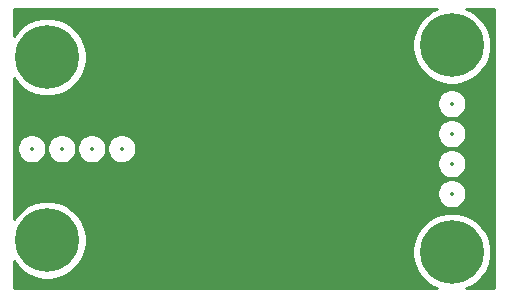
<source format=gbl>
G04 #@! TF.GenerationSoftware,KiCad,Pcbnew,(5.1.9-16-g1737927814)-1*
G04 #@! TF.CreationDate,2021-04-01T12:21:12-04:00*
G04 #@! TF.ProjectId,pressure_mpxv5010dp,70726573-7375-4726-955f-6d7078763530,1*
G04 #@! TF.SameCoordinates,Original*
G04 #@! TF.FileFunction,Copper,L2,Bot*
G04 #@! TF.FilePolarity,Positive*
%FSLAX45Y45*%
G04 Gerber Fmt 4.5, Leading zero omitted, Abs format (unit mm)*
G04 Created by KiCad (PCBNEW (5.1.9-16-g1737927814)-1) date 2021-04-01 12:21:12*
%MOMM*%
%LPD*%
G01*
G04 APERTURE LIST*
G04 #@! TA.AperFunction,ComponentPad*
%ADD10C,5.400000*%
G04 #@! TD*
G04 #@! TA.AperFunction,ComponentPad*
%ADD11C,0.800000*%
G04 #@! TD*
G04 #@! TA.AperFunction,ViaPad*
%ADD12C,0.600000*%
G04 #@! TD*
G04 #@! TA.AperFunction,Conductor*
%ADD13C,0.254000*%
G04 #@! TD*
G04 #@! TA.AperFunction,Conductor*
%ADD14C,0.100000*%
G04 #@! TD*
%ADD15C,0.300000*%
%ADD16C,0.350000*%
G04 APERTURE END LIST*
D10*
X3775000Y-2125000D03*
D11*
X3977500Y-2125000D03*
X3918189Y-2268189D03*
X3775000Y-2327500D03*
X3631811Y-2268189D03*
X3572500Y-2125000D03*
X3631811Y-1981811D03*
X3775000Y-1922500D03*
X3918189Y-1981811D03*
D10*
X3775000Y-375000D03*
D11*
X3977500Y-375000D03*
X3918189Y-518189D03*
X3775000Y-577500D03*
X3631811Y-518189D03*
X3572500Y-375000D03*
X3631811Y-231811D03*
X3775000Y-172500D03*
X3918189Y-231811D03*
D10*
X350000Y-2025000D03*
D11*
X552500Y-2025000D03*
X493189Y-2168189D03*
X350000Y-2227500D03*
X206811Y-2168189D03*
X147500Y-2025000D03*
X206811Y-1881811D03*
X350000Y-1822500D03*
X493189Y-1881811D03*
D10*
X350000Y-475000D03*
D11*
X552500Y-475000D03*
X493189Y-618189D03*
X350000Y-677500D03*
X206811Y-618189D03*
X147500Y-475000D03*
X206811Y-331811D03*
X350000Y-272500D03*
X493189Y-331811D03*
D12*
X1075000Y-775000D03*
X473000Y-1598000D03*
X981000Y-1594000D03*
X3427000Y-1123000D03*
X1950000Y-2025000D03*
X2550000Y-2025000D03*
X2750000Y-2025000D03*
D13*
X3617028Y-79456D02*
X3562406Y-115954D01*
X3515954Y-162406D01*
X3479456Y-217028D01*
X3454316Y-277722D01*
X3441500Y-342153D01*
X3441500Y-407847D01*
X3454316Y-472278D01*
X3479456Y-532972D01*
X3515954Y-587594D01*
X3562406Y-634046D01*
X3617028Y-670544D01*
X3677722Y-695684D01*
X3742153Y-708500D01*
X3807847Y-708500D01*
X3872278Y-695684D01*
X3932971Y-670544D01*
X3987594Y-634046D01*
X4034046Y-587594D01*
X4070544Y-532972D01*
X4095684Y-472278D01*
X4108500Y-407847D01*
X4108500Y-342153D01*
X4095684Y-277722D01*
X4070544Y-217028D01*
X4034046Y-162406D01*
X3987594Y-115954D01*
X3932971Y-79456D01*
X3900486Y-66000D01*
X4134000Y-66000D01*
X4134000Y-2434000D01*
X3900486Y-2434000D01*
X3932971Y-2420544D01*
X3987594Y-2384046D01*
X4034046Y-2337594D01*
X4070544Y-2282972D01*
X4095684Y-2222278D01*
X4108500Y-2157847D01*
X4108500Y-2092153D01*
X4095684Y-2027722D01*
X4070544Y-1967028D01*
X4034046Y-1912406D01*
X3987594Y-1865954D01*
X3932971Y-1829456D01*
X3872278Y-1804316D01*
X3807847Y-1791500D01*
X3742153Y-1791500D01*
X3677722Y-1804316D01*
X3617028Y-1829456D01*
X3562406Y-1865954D01*
X3515954Y-1912406D01*
X3479456Y-1967028D01*
X3454316Y-2027722D01*
X3441500Y-2092153D01*
X3441500Y-2157847D01*
X3454316Y-2222278D01*
X3479456Y-2282972D01*
X3515954Y-2337594D01*
X3562406Y-2384046D01*
X3617028Y-2420544D01*
X3649514Y-2434000D01*
X66000Y-2434000D01*
X66000Y-2200248D01*
X90954Y-2237594D01*
X137406Y-2284046D01*
X192028Y-2320544D01*
X252722Y-2345684D01*
X317153Y-2358500D01*
X382847Y-2358500D01*
X447278Y-2345684D01*
X507971Y-2320544D01*
X562594Y-2284046D01*
X609046Y-2237594D01*
X645544Y-2182972D01*
X670684Y-2122278D01*
X683500Y-2057847D01*
X683500Y-1992153D01*
X670684Y-1927722D01*
X645544Y-1867028D01*
X609046Y-1812406D01*
X562594Y-1765954D01*
X507971Y-1729456D01*
X447278Y-1704316D01*
X382847Y-1691500D01*
X317153Y-1691500D01*
X252722Y-1704316D01*
X192028Y-1729456D01*
X137406Y-1765954D01*
X90954Y-1812406D01*
X66000Y-1849752D01*
X66000Y-1618836D01*
X3651500Y-1618836D01*
X3651500Y-1643164D01*
X3656246Y-1667024D01*
X3665556Y-1689499D01*
X3679071Y-1709727D01*
X3696273Y-1726929D01*
X3716501Y-1740444D01*
X3738976Y-1749754D01*
X3762836Y-1754500D01*
X3787164Y-1754500D01*
X3811024Y-1749754D01*
X3833499Y-1740444D01*
X3853727Y-1726929D01*
X3870929Y-1709727D01*
X3884444Y-1689499D01*
X3893754Y-1667024D01*
X3898500Y-1643164D01*
X3898500Y-1618836D01*
X3893754Y-1594976D01*
X3884444Y-1572501D01*
X3870929Y-1552273D01*
X3853727Y-1535071D01*
X3833499Y-1521556D01*
X3811024Y-1512246D01*
X3787164Y-1507500D01*
X3762836Y-1507500D01*
X3738976Y-1512246D01*
X3716501Y-1521556D01*
X3696273Y-1535071D01*
X3679071Y-1552273D01*
X3665556Y-1572501D01*
X3656246Y-1594976D01*
X3651500Y-1618836D01*
X66000Y-1618836D01*
X66000Y-1237836D01*
X95500Y-1237836D01*
X95500Y-1262164D01*
X100246Y-1286024D01*
X109556Y-1308499D01*
X123071Y-1328727D01*
X140273Y-1345929D01*
X160501Y-1359444D01*
X182976Y-1368754D01*
X206836Y-1373500D01*
X231164Y-1373500D01*
X255024Y-1368754D01*
X277499Y-1359444D01*
X297727Y-1345929D01*
X314929Y-1328727D01*
X328444Y-1308499D01*
X337754Y-1286024D01*
X342500Y-1262164D01*
X342500Y-1237836D01*
X349500Y-1237836D01*
X349500Y-1262164D01*
X354246Y-1286024D01*
X363556Y-1308499D01*
X377071Y-1328727D01*
X394273Y-1345929D01*
X414501Y-1359444D01*
X436976Y-1368754D01*
X460836Y-1373500D01*
X485164Y-1373500D01*
X509024Y-1368754D01*
X531499Y-1359444D01*
X551727Y-1345929D01*
X568929Y-1328727D01*
X582444Y-1308499D01*
X591754Y-1286024D01*
X596500Y-1262164D01*
X596500Y-1237836D01*
X603500Y-1237836D01*
X603500Y-1262164D01*
X608246Y-1286024D01*
X617556Y-1308499D01*
X631071Y-1328727D01*
X648273Y-1345929D01*
X668501Y-1359444D01*
X690976Y-1368754D01*
X714836Y-1373500D01*
X739164Y-1373500D01*
X763024Y-1368754D01*
X785499Y-1359444D01*
X805727Y-1345929D01*
X822929Y-1328727D01*
X836444Y-1308499D01*
X845754Y-1286024D01*
X850500Y-1262164D01*
X850500Y-1237836D01*
X857500Y-1237836D01*
X857500Y-1262164D01*
X862246Y-1286024D01*
X871556Y-1308499D01*
X885071Y-1328727D01*
X902273Y-1345929D01*
X922501Y-1359444D01*
X944976Y-1368754D01*
X968836Y-1373500D01*
X993164Y-1373500D01*
X1017024Y-1368754D01*
X1026482Y-1364836D01*
X3651500Y-1364836D01*
X3651500Y-1389164D01*
X3656246Y-1413024D01*
X3665556Y-1435499D01*
X3679071Y-1455727D01*
X3696273Y-1472929D01*
X3716501Y-1486444D01*
X3738976Y-1495754D01*
X3762836Y-1500500D01*
X3787164Y-1500500D01*
X3811024Y-1495754D01*
X3833499Y-1486444D01*
X3853727Y-1472929D01*
X3870929Y-1455727D01*
X3884444Y-1435499D01*
X3893754Y-1413024D01*
X3898500Y-1389164D01*
X3898500Y-1364836D01*
X3893754Y-1340976D01*
X3884444Y-1318501D01*
X3870929Y-1298273D01*
X3853727Y-1281071D01*
X3833499Y-1267556D01*
X3811024Y-1258246D01*
X3787164Y-1253500D01*
X3762836Y-1253500D01*
X3738976Y-1258246D01*
X3716501Y-1267556D01*
X3696273Y-1281071D01*
X3679071Y-1298273D01*
X3665556Y-1318501D01*
X3656246Y-1340976D01*
X3651500Y-1364836D01*
X1026482Y-1364836D01*
X1039499Y-1359444D01*
X1059727Y-1345929D01*
X1076929Y-1328727D01*
X1090444Y-1308499D01*
X1099754Y-1286024D01*
X1104500Y-1262164D01*
X1104500Y-1237836D01*
X1099754Y-1213976D01*
X1090444Y-1191501D01*
X1076929Y-1171273D01*
X1059727Y-1154071D01*
X1039499Y-1140556D01*
X1017024Y-1131246D01*
X993164Y-1126500D01*
X968836Y-1126500D01*
X944976Y-1131246D01*
X922501Y-1140556D01*
X902273Y-1154071D01*
X885071Y-1171273D01*
X871556Y-1191501D01*
X862246Y-1213976D01*
X857500Y-1237836D01*
X850500Y-1237836D01*
X845754Y-1213976D01*
X836444Y-1191501D01*
X822929Y-1171273D01*
X805727Y-1154071D01*
X785499Y-1140556D01*
X763024Y-1131246D01*
X739164Y-1126500D01*
X714836Y-1126500D01*
X690976Y-1131246D01*
X668501Y-1140556D01*
X648273Y-1154071D01*
X631071Y-1171273D01*
X617556Y-1191501D01*
X608246Y-1213976D01*
X603500Y-1237836D01*
X596500Y-1237836D01*
X591754Y-1213976D01*
X582444Y-1191501D01*
X568929Y-1171273D01*
X551727Y-1154071D01*
X531499Y-1140556D01*
X509024Y-1131246D01*
X485164Y-1126500D01*
X460836Y-1126500D01*
X436976Y-1131246D01*
X414501Y-1140556D01*
X394273Y-1154071D01*
X377071Y-1171273D01*
X363556Y-1191501D01*
X354246Y-1213976D01*
X349500Y-1237836D01*
X342500Y-1237836D01*
X337754Y-1213976D01*
X328444Y-1191501D01*
X314929Y-1171273D01*
X297727Y-1154071D01*
X277499Y-1140556D01*
X255024Y-1131246D01*
X231164Y-1126500D01*
X206836Y-1126500D01*
X182976Y-1131246D01*
X160501Y-1140556D01*
X140273Y-1154071D01*
X123071Y-1171273D01*
X109556Y-1191501D01*
X100246Y-1213976D01*
X95500Y-1237836D01*
X66000Y-1237836D01*
X66000Y-1110836D01*
X3651500Y-1110836D01*
X3651500Y-1135164D01*
X3656246Y-1159024D01*
X3665556Y-1181499D01*
X3679071Y-1201727D01*
X3696273Y-1218929D01*
X3716501Y-1232444D01*
X3738976Y-1241754D01*
X3762836Y-1246500D01*
X3787164Y-1246500D01*
X3811024Y-1241754D01*
X3833499Y-1232444D01*
X3853727Y-1218929D01*
X3870929Y-1201727D01*
X3884444Y-1181499D01*
X3893754Y-1159024D01*
X3898500Y-1135164D01*
X3898500Y-1110836D01*
X3893754Y-1086976D01*
X3884444Y-1064501D01*
X3870929Y-1044273D01*
X3853727Y-1027071D01*
X3833499Y-1013556D01*
X3811024Y-1004246D01*
X3787164Y-999500D01*
X3762836Y-999500D01*
X3738976Y-1004246D01*
X3716501Y-1013556D01*
X3696273Y-1027071D01*
X3679071Y-1044273D01*
X3665556Y-1064501D01*
X3656246Y-1086976D01*
X3651500Y-1110836D01*
X66000Y-1110836D01*
X66000Y-856836D01*
X3651500Y-856836D01*
X3651500Y-881164D01*
X3656246Y-905024D01*
X3665556Y-927499D01*
X3679071Y-947727D01*
X3696273Y-964929D01*
X3716501Y-978444D01*
X3738976Y-987754D01*
X3762836Y-992500D01*
X3787164Y-992500D01*
X3811024Y-987754D01*
X3833499Y-978444D01*
X3853727Y-964929D01*
X3870929Y-947727D01*
X3884444Y-927499D01*
X3893754Y-905024D01*
X3898500Y-881164D01*
X3898500Y-856836D01*
X3893754Y-832976D01*
X3884444Y-810501D01*
X3870929Y-790273D01*
X3853727Y-773071D01*
X3833499Y-759556D01*
X3811024Y-750246D01*
X3787164Y-745500D01*
X3762836Y-745500D01*
X3738976Y-750246D01*
X3716501Y-759556D01*
X3696273Y-773071D01*
X3679071Y-790273D01*
X3665556Y-810501D01*
X3656246Y-832976D01*
X3651500Y-856836D01*
X66000Y-856836D01*
X66000Y-650248D01*
X90954Y-687594D01*
X137406Y-734046D01*
X192028Y-770544D01*
X252722Y-795684D01*
X317153Y-808500D01*
X382847Y-808500D01*
X447278Y-795684D01*
X507971Y-770544D01*
X562594Y-734046D01*
X609046Y-687594D01*
X645544Y-632972D01*
X670684Y-572278D01*
X683500Y-507847D01*
X683500Y-442153D01*
X670684Y-377722D01*
X645544Y-317029D01*
X609046Y-262406D01*
X562594Y-215954D01*
X507971Y-179456D01*
X447278Y-154316D01*
X382847Y-141500D01*
X317153Y-141500D01*
X252722Y-154316D01*
X192028Y-179456D01*
X137406Y-215954D01*
X90954Y-262406D01*
X66000Y-299752D01*
X66000Y-66000D01*
X3649514Y-66000D01*
X3617028Y-79456D01*
G04 #@! TA.AperFunction,Conductor*
D14*
G36*
X3617028Y-79456D02*
G01*
X3562406Y-115954D01*
X3515954Y-162406D01*
X3479456Y-217028D01*
X3454316Y-277722D01*
X3441500Y-342153D01*
X3441500Y-407847D01*
X3454316Y-472278D01*
X3479456Y-532972D01*
X3515954Y-587594D01*
X3562406Y-634046D01*
X3617028Y-670544D01*
X3677722Y-695684D01*
X3742153Y-708500D01*
X3807847Y-708500D01*
X3872278Y-695684D01*
X3932971Y-670544D01*
X3987594Y-634046D01*
X4034046Y-587594D01*
X4070544Y-532972D01*
X4095684Y-472278D01*
X4108500Y-407847D01*
X4108500Y-342153D01*
X4095684Y-277722D01*
X4070544Y-217028D01*
X4034046Y-162406D01*
X3987594Y-115954D01*
X3932971Y-79456D01*
X3900486Y-66000D01*
X4134000Y-66000D01*
X4134000Y-2434000D01*
X3900486Y-2434000D01*
X3932971Y-2420544D01*
X3987594Y-2384046D01*
X4034046Y-2337594D01*
X4070544Y-2282972D01*
X4095684Y-2222278D01*
X4108500Y-2157847D01*
X4108500Y-2092153D01*
X4095684Y-2027722D01*
X4070544Y-1967028D01*
X4034046Y-1912406D01*
X3987594Y-1865954D01*
X3932971Y-1829456D01*
X3872278Y-1804316D01*
X3807847Y-1791500D01*
X3742153Y-1791500D01*
X3677722Y-1804316D01*
X3617028Y-1829456D01*
X3562406Y-1865954D01*
X3515954Y-1912406D01*
X3479456Y-1967028D01*
X3454316Y-2027722D01*
X3441500Y-2092153D01*
X3441500Y-2157847D01*
X3454316Y-2222278D01*
X3479456Y-2282972D01*
X3515954Y-2337594D01*
X3562406Y-2384046D01*
X3617028Y-2420544D01*
X3649514Y-2434000D01*
X66000Y-2434000D01*
X66000Y-2200248D01*
X90954Y-2237594D01*
X137406Y-2284046D01*
X192028Y-2320544D01*
X252722Y-2345684D01*
X317153Y-2358500D01*
X382847Y-2358500D01*
X447278Y-2345684D01*
X507971Y-2320544D01*
X562594Y-2284046D01*
X609046Y-2237594D01*
X645544Y-2182972D01*
X670684Y-2122278D01*
X683500Y-2057847D01*
X683500Y-1992153D01*
X670684Y-1927722D01*
X645544Y-1867028D01*
X609046Y-1812406D01*
X562594Y-1765954D01*
X507971Y-1729456D01*
X447278Y-1704316D01*
X382847Y-1691500D01*
X317153Y-1691500D01*
X252722Y-1704316D01*
X192028Y-1729456D01*
X137406Y-1765954D01*
X90954Y-1812406D01*
X66000Y-1849752D01*
X66000Y-1618836D01*
X3651500Y-1618836D01*
X3651500Y-1643164D01*
X3656246Y-1667024D01*
X3665556Y-1689499D01*
X3679071Y-1709727D01*
X3696273Y-1726929D01*
X3716501Y-1740444D01*
X3738976Y-1749754D01*
X3762836Y-1754500D01*
X3787164Y-1754500D01*
X3811024Y-1749754D01*
X3833499Y-1740444D01*
X3853727Y-1726929D01*
X3870929Y-1709727D01*
X3884444Y-1689499D01*
X3893754Y-1667024D01*
X3898500Y-1643164D01*
X3898500Y-1618836D01*
X3893754Y-1594976D01*
X3884444Y-1572501D01*
X3870929Y-1552273D01*
X3853727Y-1535071D01*
X3833499Y-1521556D01*
X3811024Y-1512246D01*
X3787164Y-1507500D01*
X3762836Y-1507500D01*
X3738976Y-1512246D01*
X3716501Y-1521556D01*
X3696273Y-1535071D01*
X3679071Y-1552273D01*
X3665556Y-1572501D01*
X3656246Y-1594976D01*
X3651500Y-1618836D01*
X66000Y-1618836D01*
X66000Y-1237836D01*
X95500Y-1237836D01*
X95500Y-1262164D01*
X100246Y-1286024D01*
X109556Y-1308499D01*
X123071Y-1328727D01*
X140273Y-1345929D01*
X160501Y-1359444D01*
X182976Y-1368754D01*
X206836Y-1373500D01*
X231164Y-1373500D01*
X255024Y-1368754D01*
X277499Y-1359444D01*
X297727Y-1345929D01*
X314929Y-1328727D01*
X328444Y-1308499D01*
X337754Y-1286024D01*
X342500Y-1262164D01*
X342500Y-1237836D01*
X349500Y-1237836D01*
X349500Y-1262164D01*
X354246Y-1286024D01*
X363556Y-1308499D01*
X377071Y-1328727D01*
X394273Y-1345929D01*
X414501Y-1359444D01*
X436976Y-1368754D01*
X460836Y-1373500D01*
X485164Y-1373500D01*
X509024Y-1368754D01*
X531499Y-1359444D01*
X551727Y-1345929D01*
X568929Y-1328727D01*
X582444Y-1308499D01*
X591754Y-1286024D01*
X596500Y-1262164D01*
X596500Y-1237836D01*
X603500Y-1237836D01*
X603500Y-1262164D01*
X608246Y-1286024D01*
X617556Y-1308499D01*
X631071Y-1328727D01*
X648273Y-1345929D01*
X668501Y-1359444D01*
X690976Y-1368754D01*
X714836Y-1373500D01*
X739164Y-1373500D01*
X763024Y-1368754D01*
X785499Y-1359444D01*
X805727Y-1345929D01*
X822929Y-1328727D01*
X836444Y-1308499D01*
X845754Y-1286024D01*
X850500Y-1262164D01*
X850500Y-1237836D01*
X857500Y-1237836D01*
X857500Y-1262164D01*
X862246Y-1286024D01*
X871556Y-1308499D01*
X885071Y-1328727D01*
X902273Y-1345929D01*
X922501Y-1359444D01*
X944976Y-1368754D01*
X968836Y-1373500D01*
X993164Y-1373500D01*
X1017024Y-1368754D01*
X1026482Y-1364836D01*
X3651500Y-1364836D01*
X3651500Y-1389164D01*
X3656246Y-1413024D01*
X3665556Y-1435499D01*
X3679071Y-1455727D01*
X3696273Y-1472929D01*
X3716501Y-1486444D01*
X3738976Y-1495754D01*
X3762836Y-1500500D01*
X3787164Y-1500500D01*
X3811024Y-1495754D01*
X3833499Y-1486444D01*
X3853727Y-1472929D01*
X3870929Y-1455727D01*
X3884444Y-1435499D01*
X3893754Y-1413024D01*
X3898500Y-1389164D01*
X3898500Y-1364836D01*
X3893754Y-1340976D01*
X3884444Y-1318501D01*
X3870929Y-1298273D01*
X3853727Y-1281071D01*
X3833499Y-1267556D01*
X3811024Y-1258246D01*
X3787164Y-1253500D01*
X3762836Y-1253500D01*
X3738976Y-1258246D01*
X3716501Y-1267556D01*
X3696273Y-1281071D01*
X3679071Y-1298273D01*
X3665556Y-1318501D01*
X3656246Y-1340976D01*
X3651500Y-1364836D01*
X1026482Y-1364836D01*
X1039499Y-1359444D01*
X1059727Y-1345929D01*
X1076929Y-1328727D01*
X1090444Y-1308499D01*
X1099754Y-1286024D01*
X1104500Y-1262164D01*
X1104500Y-1237836D01*
X1099754Y-1213976D01*
X1090444Y-1191501D01*
X1076929Y-1171273D01*
X1059727Y-1154071D01*
X1039499Y-1140556D01*
X1017024Y-1131246D01*
X993164Y-1126500D01*
X968836Y-1126500D01*
X944976Y-1131246D01*
X922501Y-1140556D01*
X902273Y-1154071D01*
X885071Y-1171273D01*
X871556Y-1191501D01*
X862246Y-1213976D01*
X857500Y-1237836D01*
X850500Y-1237836D01*
X845754Y-1213976D01*
X836444Y-1191501D01*
X822929Y-1171273D01*
X805727Y-1154071D01*
X785499Y-1140556D01*
X763024Y-1131246D01*
X739164Y-1126500D01*
X714836Y-1126500D01*
X690976Y-1131246D01*
X668501Y-1140556D01*
X648273Y-1154071D01*
X631071Y-1171273D01*
X617556Y-1191501D01*
X608246Y-1213976D01*
X603500Y-1237836D01*
X596500Y-1237836D01*
X591754Y-1213976D01*
X582444Y-1191501D01*
X568929Y-1171273D01*
X551727Y-1154071D01*
X531499Y-1140556D01*
X509024Y-1131246D01*
X485164Y-1126500D01*
X460836Y-1126500D01*
X436976Y-1131246D01*
X414501Y-1140556D01*
X394273Y-1154071D01*
X377071Y-1171273D01*
X363556Y-1191501D01*
X354246Y-1213976D01*
X349500Y-1237836D01*
X342500Y-1237836D01*
X337754Y-1213976D01*
X328444Y-1191501D01*
X314929Y-1171273D01*
X297727Y-1154071D01*
X277499Y-1140556D01*
X255024Y-1131246D01*
X231164Y-1126500D01*
X206836Y-1126500D01*
X182976Y-1131246D01*
X160501Y-1140556D01*
X140273Y-1154071D01*
X123071Y-1171273D01*
X109556Y-1191501D01*
X100246Y-1213976D01*
X95500Y-1237836D01*
X66000Y-1237836D01*
X66000Y-1110836D01*
X3651500Y-1110836D01*
X3651500Y-1135164D01*
X3656246Y-1159024D01*
X3665556Y-1181499D01*
X3679071Y-1201727D01*
X3696273Y-1218929D01*
X3716501Y-1232444D01*
X3738976Y-1241754D01*
X3762836Y-1246500D01*
X3787164Y-1246500D01*
X3811024Y-1241754D01*
X3833499Y-1232444D01*
X3853727Y-1218929D01*
X3870929Y-1201727D01*
X3884444Y-1181499D01*
X3893754Y-1159024D01*
X3898500Y-1135164D01*
X3898500Y-1110836D01*
X3893754Y-1086976D01*
X3884444Y-1064501D01*
X3870929Y-1044273D01*
X3853727Y-1027071D01*
X3833499Y-1013556D01*
X3811024Y-1004246D01*
X3787164Y-999500D01*
X3762836Y-999500D01*
X3738976Y-1004246D01*
X3716501Y-1013556D01*
X3696273Y-1027071D01*
X3679071Y-1044273D01*
X3665556Y-1064501D01*
X3656246Y-1086976D01*
X3651500Y-1110836D01*
X66000Y-1110836D01*
X66000Y-856836D01*
X3651500Y-856836D01*
X3651500Y-881164D01*
X3656246Y-905024D01*
X3665556Y-927499D01*
X3679071Y-947727D01*
X3696273Y-964929D01*
X3716501Y-978444D01*
X3738976Y-987754D01*
X3762836Y-992500D01*
X3787164Y-992500D01*
X3811024Y-987754D01*
X3833499Y-978444D01*
X3853727Y-964929D01*
X3870929Y-947727D01*
X3884444Y-927499D01*
X3893754Y-905024D01*
X3898500Y-881164D01*
X3898500Y-856836D01*
X3893754Y-832976D01*
X3884444Y-810501D01*
X3870929Y-790273D01*
X3853727Y-773071D01*
X3833499Y-759556D01*
X3811024Y-750246D01*
X3787164Y-745500D01*
X3762836Y-745500D01*
X3738976Y-750246D01*
X3716501Y-759556D01*
X3696273Y-773071D01*
X3679071Y-790273D01*
X3665556Y-810501D01*
X3656246Y-832976D01*
X3651500Y-856836D01*
X66000Y-856836D01*
X66000Y-650248D01*
X90954Y-687594D01*
X137406Y-734046D01*
X192028Y-770544D01*
X252722Y-795684D01*
X317153Y-808500D01*
X382847Y-808500D01*
X447278Y-795684D01*
X507971Y-770544D01*
X562594Y-734046D01*
X609046Y-687594D01*
X645544Y-632972D01*
X670684Y-572278D01*
X683500Y-507847D01*
X683500Y-442153D01*
X670684Y-377722D01*
X645544Y-317029D01*
X609046Y-262406D01*
X562594Y-215954D01*
X507971Y-179456D01*
X447278Y-154316D01*
X382847Y-141500D01*
X317153Y-141500D01*
X252722Y-154316D01*
X192028Y-179456D01*
X137406Y-215954D01*
X90954Y-262406D01*
X66000Y-299752D01*
X66000Y-66000D01*
X3649514Y-66000D01*
X3617028Y-79456D01*
G37*
G04 #@! TD.AperFunction*
D15*
X1075000Y-775000D03*
X473000Y-1598000D03*
X981000Y-1594000D03*
X3427000Y-1123000D03*
X1950000Y-2025000D03*
X2550000Y-2025000D03*
X2750000Y-2025000D03*
D16*
X727000Y-1250000D03*
X473000Y-1250000D03*
X219000Y-1250000D03*
X981000Y-1250000D03*
X3775000Y-1377000D03*
X3775000Y-1123000D03*
X3775000Y-869000D03*
X3775000Y-1631000D03*
X3775000Y-2125000D03*
X3977500Y-2125000D03*
X3918189Y-2268189D03*
X3775000Y-2327500D03*
X3631811Y-2268189D03*
X3572500Y-2125000D03*
X3631811Y-1981811D03*
X3775000Y-1922500D03*
X3918189Y-1981811D03*
X3775000Y-375000D03*
X3977500Y-375000D03*
X3918189Y-518189D03*
X3775000Y-577500D03*
X3631811Y-518189D03*
X3572500Y-375000D03*
X3631811Y-231811D03*
X3775000Y-172500D03*
X3918189Y-231811D03*
X350000Y-2025000D03*
X552500Y-2025000D03*
X493189Y-2168189D03*
X350000Y-2227500D03*
X206811Y-2168189D03*
X147500Y-2025000D03*
X206811Y-1881811D03*
X350000Y-1822500D03*
X493189Y-1881811D03*
X350000Y-475000D03*
X552500Y-475000D03*
X493189Y-618189D03*
X350000Y-677500D03*
X206811Y-618189D03*
X147500Y-475000D03*
X206811Y-331811D03*
X350000Y-272500D03*
X493189Y-331811D03*
M02*

</source>
